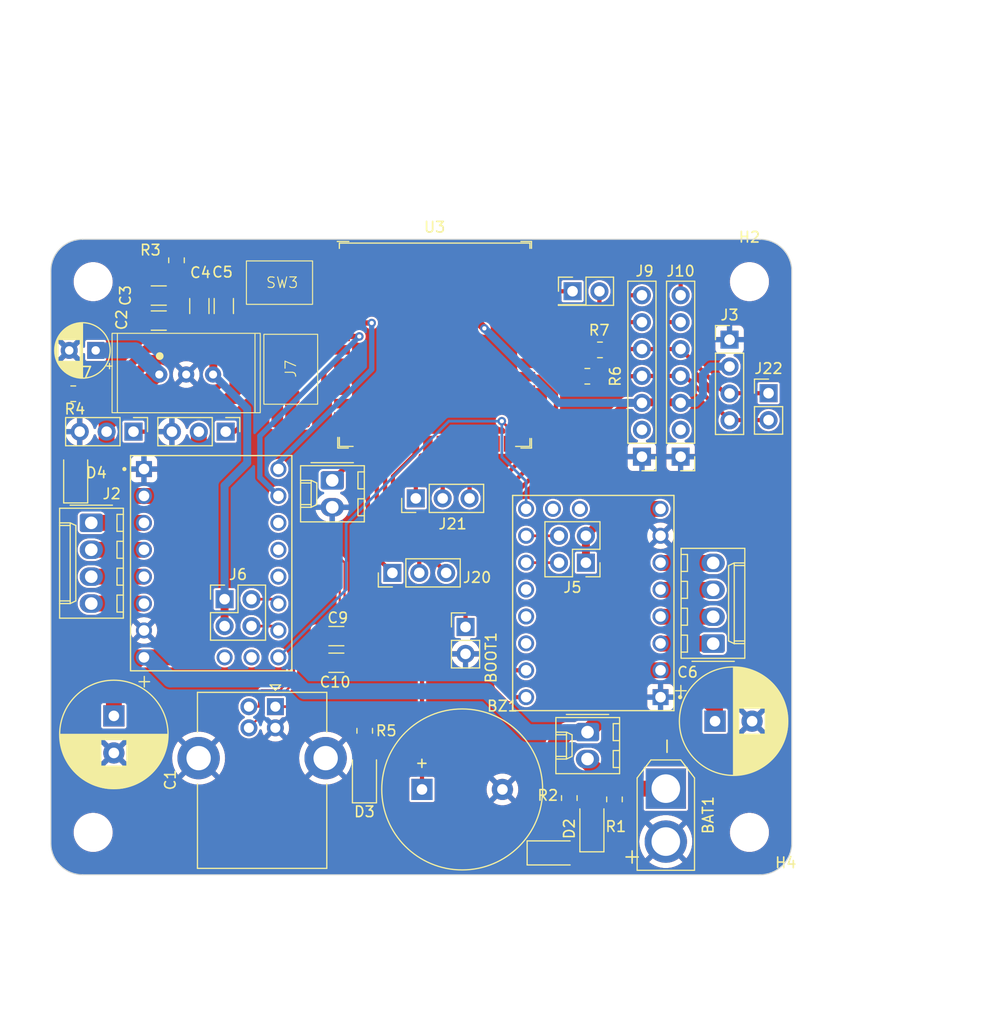
<source format=kicad_pcb>
(kicad_pcb (version 20240108) (generator "pcbnew") (generator_version "8.0")
  (layers (0 "F.Cu" signal) (31 "B.Cu" signal) (34 "B.Paste" user) (35 "F.Paste" user) (36 "B.SilkS" user "B.Silkscreen") (37 "F.SilkS" user "F.Silkscreen") (38 "B.Mask" user) (39 "F.Mask" user) (44 "Edge.Cuts" user))
  (net 0 "")
  (net 1 "+5V")
  (net 2 "GND")
  (net 3 "+BATT")
  (net 4 "+3.3V")
  (net 5 "/D-")
  (net 6 "/D+")
  (net 7 "Net-(D1-A)")
  (net 8 "Net-(D2-A)")
  (net 9 "Net-(D3-A)")
  (net 10 "Net-(D4-A)")
  (net 11 "Net-(J1-Pin_1)")
  (net 12 "Net-(J1-Pin_2)")
  (net 13 "Net-(J1-Pin_3)")
  (net 14 "Net-(J1-Pin_4)")
  (net 15 "Net-(J2-Pin_1)")
  (net 16 "Net-(J2-Pin_2)")
  (net 17 "Net-(J2-Pin_3)")
  (net 18 "Net-(J2-Pin_4)")
  (net 19 "Net-(J4-VBUS)")
  (net 20 "SDA")
  (net 21 "GPIO4")
  (net 22 "GPIO5")
  (net 23 "SCL")
  (net 24 "XSHUT")
  (net 25 "VDD")
  (net 26 "GPIO1LASER")
  (net 27 "Net-(BOOT1-Pin_1)")
  (net 28 "GPIO9")
  (net 29 "XSHUT2")
  (net 33 "Net-(J8-Pin_1)")
  (net 34 "Net-(J8-Pin_2)")
  (net 35 "Net-(J5-Pin_2)")
  (net 36 "Net-(J5-Pin_4)")
  (net 37 "Net-(J6-Pin_2)")
  (net 38 "Net-(J6-Pin_4)")
  (net 48 "Net-(SW1-A)")
  (net 50 "GPIO7")
  (net 51 "GPIO6")
  (net 52 "GPIO36")
  (net 53 "GPIO35")
  (net 54 "GPIO1")
  (net 55 "GPIO10")
  (net 56 "GPIO11")
  (net 59 "GPIO12")
  (net 60 "GPIO14")
  (net 61 "GPIO47")
  (net 63 "Net-(BZ1-+)")
  (net 65 "GPIO1LASER2")
  (net 66 "Net-(U3-MTCK{slash}GPIO39{slash}CLK_OUT3{slash}SUBSPICS1)")
  (net 67 "Net-(U3-MTDO{slash}GPIO40{slash}CLK_OUT2)")
  (net 70 "Net-(SW3-A)")
  (net 71 "Net-(SW3-B)")
  (net 72 "GPIO16")
  (net 73 "GPIO15")
  (footprint "Connector_Molex:Molex_KK-254_AE-6410-04A_1x04_P2.54mm_Vertical" (layer "F.Cu") (at 185.5724 127.1778 90)
    (property "Reference" "J1" (hide yes))
    (property "Value" "Conn_01x04" (hide yes))
  )
  (footprint "Capacitor_THT:CP_Radial_D10.0mm_P3.50mm" (layer "F.Cu") (at 185.75 134.5)
    (property "Reference" "C6")
    (property "Value" "100uF" (hide yes))
  )
  (footprint "Connector_PinHeader_2.54mm:PinHeader_1x03_P2.54mm_Vertical" (layer "F.Cu") (at 130.81 107.1626 -90)
    (property "Reference" "M1" (hide yes))
    (property "Value" "Motor_Servo" (hide yes))
  )
  (footprint "Traco:Traco 2- 24xx" (layer "F.Cu") (at 135.7884 101.6254)
    (property "Reference" "U5" (hide yes))
    (property "Value" "TSR_2-2433" (hide yes))
  )
  (footprint "MountingHole:MountingHole_3.2mm_M3" (layer "F.Cu") (at 127 145)
    (property "Reference" "H3" (hide yes))
    (property "Value" "MountingHole" (hide yes))
  )
  (footprint "Connector_Molex:Molex_KK-254_AE-6410-02A_1x02_P2.54mm_Vertical" (layer "F.Cu") (at 149.586 111.76 -90)
    (property "Reference" "SW1" (hide yes))
    (property "Value" "TRT")
  )
  (footprint "Connector_PinHeader_2.54mm:PinHeader_1x07_P2.54mm_Vertical" (layer "F.Cu") (at 178.8414 109.5248 180)
    (property "Reference" "J9")
    (property "Value" "Conn_01x07" (hide yes))
  )
  (footprint "LED_SMD:LED_1206_3216Metric_Pad1.42x1.75mm_HandSolder" (layer "F.Cu") (at 174.117 144.3736 90)
    (property "Reference" "D1" (hide yes))
    (property "Value" "LED_Small" (hide yes))
  )
  (footprint "LED_SMD:LED_1206_3216Metric_Pad1.42x1.75mm_HandSolder" (layer "F.Cu") (at 152.6286 139.7508 90)
    (property "Reference" "D3")
    (property "Value" "LED_Small" (hide yes))
  )
  (footprint "TMC2209:MODULE_TMC2209_SILENTSTEPSTICK" (layer "F.Cu") (at 174.25 123.3424 180)
    (property "Reference" "U1" (hide yes))
    (property "Value" "TMC2209_SILENTSTEPSTICK" (hide yes))
  )
  (footprint "Connector_PinHeader_2.54mm:PinHeader_1x03_P2.54mm_Vertical" (layer "F.Cu") (at 139.5222 107.1626 -90)
    (property "Reference" "M2" (hide yes))
    (property "Value" "Motor_Servo" (hide yes))
  )
  (footprint "Capacitor_SMD:C_1206_3216Metric_Pad1.33x1.80mm_HandSolder" (layer "F.Cu") (at 133.1976 94.3102 180)
    (property "Reference" "C3")
    (property "Value" "TBD" (hide yes))
  )
  (footprint "Capacitor_SMD:C_1206_3216Metric_Pad1.33x1.80mm_HandSolder" (layer "F.Cu") (at 149.9747 126.4666 180)
    (property "Reference" "C9")
    (property "Value" "TBD" (hide yes))
  )
  (footprint "Connector_PinHeader_2.54mm:PinHeader_1x07_P2.54mm_Vertical" (layer "F.Cu") (at 182.499 109.5248 180)
    (property "Reference" "J10")
    (property "Value" "Conn_01x07" (hide yes))
  )
  (footprint "Connector_PinHeader_2.54mm:PinHeader_1x02_P2.54mm_Vertical" (layer "F.Cu") (at 190.8048 103.5304)
    (property "Reference" "J22")
    (property "Value" "Conn_01x02" (hide yes))
  )
  (footprint "Connector_PinHeader_2.54mm:PinHeader_2x02_P2.54mm_Vertical" (layer "F.Cu") (at 139.4156 122.9818)
    (property "Reference" "J6")
    (property "Value" "Conn_02x02_Odd_Even" (hide yes))
  )
  (footprint "Connector_PinHeader_2.54mm:PinHeader_2x01_P2.54mm_Vertical" (layer "F.Cu") (at 172.2882 93.9038)
    (property "Reference" "J8" (hide yes))
    (property "Value" "Conn_01x02" (hide yes))
  )
  (footprint "Resistor_SMD:R_0805_2012Metric_Pad1.20x1.40mm_HandSolder" (layer "F.Cu") (at 134.874 90.9828 -90)
    (property "Reference" "R3")
    (property "Value" "TBD" (hide yes))
  )
  (footprint "Capacitor_THT:CP_Radial_D10.0mm_P3.50mm" (layer "F.Cu") (at 128.9558 134 -90)
    (property "Reference" "C1")
    (property "Value" "100uF" (hide yes))
  )
  (footprint "Resistor_SMD:R_0805_2012Metric_Pad1.20x1.40mm_HandSolder" (layer "F.Cu") (at 171.9834 141.7574 -90)
    (property "Reference" "R2")
    (property "Value" "R_Small" (hide yes))
  )
  (footprint "MountingHole:MountingHole_3.2mm_M3" (layer "F.Cu") (at 189 93)
    (property "Reference" "H2")
    (property "Value" "MountingHole" (hide yes))
  )
  (footprint "Wurth_button:WS-TASV 434" (layer "F.Cu") (at 144.6022 93.091)
    (property "Reference" "SW3")
    (property "Value" "EN")
  )
  (footprint "Capacitor_SMD:C_1206_3216Metric_Pad1.33x1.80mm_HandSolder" (layer "F.Cu") (at 137.033 95.3008 -90)
    (property "Reference" "C4")
    (property "Value" "22uF" (hide yes))
  )
  (footprint "LED_SMD:LED_1206_3216Metric_Pad1.42x1.75mm_HandSolder" (layer "F.Cu") (at 125.349 111.4298 90)
    (property "Reference" "D4")
    (property "Value" "LED_Small" (hide yes))
  )
  (footprint "MountingHole:MountingHole_3.2mm_M3" (layer "F.Cu") (at 189 145)
    (property "Reference" "H4")
    (property "Value" "MountingHole" (hide yes))
  )
  (footprint "Resistor_SMD:R_0805_2012Metric_Pad1.20x1.40mm_HandSolder" (layer "F.Cu") (at 152.654 135.4074 -90)
    (property "Reference" "R5")
    (property "Value" "R_Small" (hide yes))
  )
  (footprint "Capacitor_SMD:C_1206_3216Metric_Pad1.33x1.80mm_HandSolder" (layer "F.Cu") (at 149.974 128.9812 180)
    (property "Reference" "C10")
    (property "Value" "TBD" (hide yes))
  )
  (footprint "Resistor_SMD:R_0805_2012Metric_Pad1.20x1.40mm_HandSolder" (layer "F.Cu") (at 176.2484 141.8844 -90)
    (property "Reference" "R1")
    (property "Value" "R_Small" (hide yes))
  )
  (footprint "Connector_AMASS:AMASS_XT30U-F_1x02_P5.0mm_Vertical" (layer "F.Cu") (at 181.1 140.8684 -90)
    (property "Reference" "BAT1")
    (property "Value" "Conn" (hide yes))
  )
  (footprint "Capacitor_SMD:C_1206_3216Metric_Pad1.33x1.80mm_HandSolder" (layer "F.Cu") (at 133.1976 96.6724)
    (property "Reference" "C2")
    (property "Value" "0.1uF" (hide yes))
  )
  (footprint "Connector_PinHeader_2.54mm:PinHeader_1x03_P2.54mm_Vertical" (layer "F.Cu") (at 157.48 113.4618 90)
    (property "Reference" "J21")
    (property "Value" "Conn_01x03" (hide yes))
  )
  (footprint "Capacitor_SMD:C_1206_3216Metric_Pad1.33x1.80mm_HandSolder" (layer "F.Cu") (at 139.3444 95.3008 -90)
    (property "Reference" "C5")
    (property "Value" "0.1uF" (hide yes))
  )
  (footprint "LED_SMD:LED_1206_3216Metric_Pad1.42x1.75mm_HandSolder" (layer "F.Cu") (at 170.4594 146.939)
    (property "Reference" "D2")
    (property "Value" "LED_Small" (hide yes))
  )
  (footprint "Wurth_Switch:WS-DISV" (layer "F.Cu") (at 145.669 101.2698 90)
    (property "Reference" "J7")
    (property "Value" "PAMI_Type" (hide yes))
  )
  (footprint "Connector_Molex:Molex_KK-254_AE-6410-04A_1x04_P2.54mm_Vertical" (layer "F.Cu") (at 126.8222 115.7732 -90)
    (property "Reference" "J2")
    (property "Value" "Conn_01x04" (hide yes))
  )
  (footprint "Capacitor_THT:CP_Radial_D5.0mm_P2.50mm" (layer "F.Cu") (at 127.239913 99.4918 180)
    (property "Reference" "C7")
    (property "Value" "10uF" (hide yes))
  )
  (footprint "Connector_Molex:Molex_KK-254_AE-6410-02A_1x02_P2.54mm_Vertical" (layer "F.Cu") (at 173.703 135.5344 -90)
    (property "Reference" "SW2" (hide yes))
    (property "Value" "BAU" (hide yes))
  )
  (footprint "Connector_USB:USB_B_Lumberg_2411_02_Horizontal" (layer "F.Cu") (at 144.2136 133.128 -90)
    (property "Reference" "J4" (hide yes))
    (property "Value" "USB_B" (hide yes))
  )
  (footprint "Connector_PinHeader_2.54mm:PinHeader_1x04_P2.54mm_Vertical" (layer "F.Cu") (at 187.1218 98.4758)
    (property "Reference" "J3")
    (property "Value" "Conn_OLED_Screen" (hide yes))
  )
  (footprint "Connector_PinHeader_2.54mm:PinHeader_1x02_P2.54mm_Vertical" (layer "F.Cu") (at 162.179 125.603)
    (property "Reference" "BOOT1")
    (property "Value" "Conn" (hide yes))
  )
  (footprint "Resistor_SMD:R_0805_2012Metric_Pad1.20x1.40mm_HandSolder" (layer "F.Cu") (at 173.6852 101.9302)
    (property "Reference" "R6")
    (property "Value" "220" (hide yes))
  )
  (footprint "Resistor_SMD:R_0805_2012Metric_Pad1.20x1.40mm_HandSolder" (layer "F.Cu") (at 125.1204 103.5812)
    (property "Reference" "R4")
    (property "Value" "R_Small" (hide yes))
  )
  (footprint "ESP:ESP32-S3-WROOM-1U" (layer "F.Cu") (at 159.258 98.806)
    (property "Reference" "U3")
    (property "Value" "ESP32-S3-WROOM-1" (hide yes))
  )
  (footprint "MountingHole:MountingHole_3.2mm_M3" (layer "F.Cu") (at 127 93)
    (property "Reference" "H1" (hide yes))
    (property "Value" "MountingHole" (hide yes))
  )
  (footprint "Connector_PinHeader_2.54mm:PinHeader_1x03_P2.54mm_Vertical" (layer "F.Cu") (at 155.2702 120.4976 90)
    (property "Reference" "J20")
    (property "Value" "Conn_01x03" (hide yes))
  )
  (footprint "TMC2209:MODULE_TMC2209_SILENTSTEPSTICK" (layer "F.Cu") (at 138.1506 119.5832)
    (property "Reference" "U2" (hide yes))
    (property "Value" "TMC2209_SILENTSTEPSTICK" (hide yes))
  )
  (footprint "Connector_PinHeader_2.54mm:PinHeader_2x02_P2.54mm_Vertical" (layer "F.Cu") (at 173.5502 119.5374 180)
    (property "Reference" "J5")
    (property "Value" "Conn_02x02_Odd_Even" (hide yes))
  )
  (footprint "Resistor_SMD:R_0805_2012Metric_Pad1.20x1.40mm_HandSolder" (layer "F.Cu") (at 174.879 99.441 180)
    (property "Reference" "R7")
    (property "Value" "220" (hide yes))
  )
  (footprint "Buzzer_Beeper:Buzzer_15x7.5RM7.6" (layer "F.Cu") (at 158.0642 140.9446)
    (property "Reference" "BZ1")
    (property "Value" "Buzzer")
  )
  (gr_line (start 193 92) (end 193 146) (stroke (width 0.1)) (layer "Edge.Cuts"))
  (gr_arc (start 190 89) (mid 192.12132 89.87868) (end 193 92) (stroke (width 0.1)) (layer "Edge.Cuts"))
  (gr_arc (start 193 146) (mid 192.12132 148.12132) (end 190 149) (stroke (width 0.1)) (layer "Edge.Cuts"))
  (gr_line (start 190 149) (end 126 149) (stroke (width 0.1)) (layer "Edge.Cuts"))
  (gr_arc (start 126 149) (mid 123.87868 148.12132) (end 123 146) (stroke (width 0.1)) (layer "Edge.Cuts"))
  (gr_line (start 123 146) (end 123 92) (stroke (width 0.1)) (layer "Edge.Cuts"))
  (gr_line (start 126 89) (end 190 89) (stroke (width 0.1)) (layer "Edge.Cuts"))
  (gr_arc (start 123 92) (mid 123.87868 89.87868) (end 126 89) (stroke (width 0.1)) (layer "Edge.Cuts"))
  (segment (start 170.688 139.462) (end 171.9834 140.7574) (width 1.5) (layer "F.Cu") (net 1))
  (segment (start 180.6 129.6924) (end 182.231517 129.6924) (width 1.5) (layer "F.Cu") (net 1))
  (segment (start 128.9558 130.9116) (end 131.3942 128.4732) (width 1.5) (layer "F.Cu") (net 1))
  (segment (start 134.3406 128.4732) (end 131.8006 128.4732) (width 1.5) (layer "F.Cu") (net 1))
  (segment (start 182.231517 129.6924) (end 185.75 133.210883) (width 1.5) (layer "F.Cu") (net 1))
  (segment (start 132.6686 113.2332) (end 131.8006 113.2332) (width 1.5) (layer "F.Cu") (net 1))
  (segment (start 178.5366 115.7224) (end 179.8066 114.4524) (width 1.5) (layer "F.Cu") (net 1))
  (segment (start 185.75 133.210883) (end 185.75 134.5) (width 1.5) (layer "F.Cu") (net 1))
  (segment (start 178.5455 130.6919) (end 178.5366 130.683) (width 1.5) (layer "F.Cu") (net 1))
  (segment (start 128.27 110.5706) (end 128.27 107.1626) (width 1.5) (layer "F.Cu") (net 1))
  (segment (start 173.703 135.5344) (end 179.545 129.6924) (width 1.5) (layer "F.Cu") (net 1))
  (segment (start 136.144 109.7578) (end 136.144 126.6698) (width 1.5) (layer "F.Cu") (net 1))
  (segment (start 128.27 106.426) (end 128.27 107.1626) (width 1.5) (layer "F.Cu") (net 1))
  (segment (start 132.9306 101.7654) (end 128.27 106.426) (width 1.5) (layer "F.Cu") (net 1))
  (segment (start 136.9822 107.1626) (end 136.9822 108.9196) (width 1.5) (layer "F.Cu") (net 1))
  (segment (start 179.545 129.6924) (end 180.6 129.6924) (width 1.5) (layer "F.Cu") (net 1))
  (segment (start 133.2484 101.7654) (end 132.9306 101.7654) (width 1.5) (layer "F.Cu") (net 1))
  (segment (start 131.8006 113.2332) (end 130.9326 113.2332) (width 1.5) (layer "F.Cu") (net 1))
  (segment (start 173.703 135.5344) (end 171.8056 135.5344) (width 1.5) (layer "F.Cu") (net 1))
  (segment (start 170.688 136.652) (end 170.688 139.462) (width 1.5) (layer "F.Cu") (net 1))
  (segment (start 179.8066 114.4524) (end 180.6 114.4524) (width 1.5) (layer "F.Cu") (net 1))
  (segment (start 136.144 126.6698) (end 134.3406 128.4732) (width 1.5) (layer "F.Cu") (net 1))
  (segment (start 136.9822 108.9196) (end 136.144 109.7578) (width 1.5) (layer "F.Cu") (net 1))
  (segment (start 171.8056 135.5344) (end 170.688 136.652) (width 1.5) (layer "F.Cu") (net 1))
  (segment (start 128.9558 134) (end 128.9558 130.9116) (width 1.5) (layer "F.Cu") (net 1))
  (segment (start 178.5366 130.683) (end 178.5366 115.7224) (width 1.5) (layer "F.Cu") (net 1))
  (segment (start 131.3942 128.4732) (end 131.8006 128.4732) (width 1.5) (layer "F.Cu") (net 1))
  (segment (start 130.9326 113.2332) (end 128.27 110.5706) (width 1.5) (layer "F.Cu") (net 1))
  (segment (start 136.9822 108.9196) (end 132.6686 113.2332) (width 1.5) (layer "F.Cu") (net 1))
  (segment (start 133.2484 101.7654) (end 130.9748 99.4918) (width 1.5) (layer "B.Cu") (net 1))
  (segment (start 173.703 135.5344) (end 168.0464 135.5344) (width 1.5) (layer "B.Cu") (net 1))
  (segment (start 168.0464 135.5344) (end 164.1856 131.6736) (width 1.5) (layer "B.Cu") (net 1))
  (segment (start 146.9644 131.6736) (end 145.8468 130.556) (width 1.5) (layer "B.Cu") (net 1))
  (segment (start 130.9748 99.4918) (end 127.239913 99.4918) (width 1.5) (layer "B.Cu") (net 1))
  (segment (start 145.8468 130.556) (end 134.2898 130.556) (width 1.5) (layer "B.Cu") (net 1))
  (segment (start 132.207 128.4732) (end 131.8006 128.4732) (width 1.5) (layer "B.Cu") (net 1))
  (segment (start 134.2898 130.556) (end 132.207 128.4732) (width 1.5) (layer "B.Cu") (net 1))
  (segment (start 164.1856 131.6736) (end 146.9644 131.6736) (width 1.5) (layer "B.Cu") (net 1))
  (segment (start 181.1 140.8684) (end 176.2644 140.8684) (width 1.5) (layer "F.Cu") (net 3))
  (segment (start 176.2644 140.8684) (end 176.2484 140.8844) (width 1.5) (layer "F.Cu") (net 3))
  (segment (start 173.703 138.339) (end 176.2484 140.8844) (width 1.5) (layer "F.Cu") (net 3))
  (segment (start 173.703 138.0744) (end 173.703 138.339) (width 1.5) (layer "F.Cu") (net 3))
  (segment (start 134.2644 99.3394) (end 133.1468 98.2218) (width 0.75) (layer "F.Cu") (net 4))
  (segment (start 139.3444 96.8633) (end 137.033 96.8633) (width 0.75) (layer "F.Cu") (net 4))
  (segment (start 149.559 91.816) (end 149.183 91.44) (width 0.75) (layer "F.Cu") (net 4))
  (segment (start 134.4008 89.9828) (end 133.1468 91.2368) (width 0.75) (layer "F.Cu") (net 4))
  (segment (start 138.3538 101.74) (end 138.3538 99.4664) (width 0.75) (layer "F.Cu") (net 4))
  (segment (start 182.4482 104.394) (end 182.499 104.4448) (width 0.75) (layer "F.Cu") (net 4))
  (segment (start 173.5502 116.9974) (end 175.7426 114.805) (width 0.75) (layer "F.Cu") (net 4))
  (segment (start 158.364 91.816) (end 150.508 91.816) (width 0.75) (layer "F.Cu") (net 4))
  (segment (start 144.3925 96.8633) (end 140.6775 96.8633) (width 0.75) (layer "F.Cu") (net 4))
  (segment (start 140.6775 96.8633) (end 139.3444 96.8633) (width 0.75) (layer "F.Cu") (net 4))
  (segment (start 149.183 91.44) (end 146.1008 91.44) (width 0.75) (layer "F.Cu") (net 4))
  (segment (start 144.399 96.8698) (end 146.939 96.8698) (width 0.75) (layer "F.Cu") (net 4))
  (segment (start 146.1008 91.44) (end 140.6775 96.8633) (width 0.75) (layer "F.Cu") (net 4))
  (segment (start 177.3682 104.4448) (end 178.8414 104.4448) (width 0.75) (layer "F.Cu") (net 4))
  (segment (start 139.4156 125.5218) (end 139.4156 122.9818) (width 0.75) (layer "F.Cu") (net 4))
  (segment (start 133.1468 91.2368) (end 133.1468 98.2218) (width 0.75) (layer "F.Cu") (net 4))
  (segment (start 178.8414 104.4448) (end 178.8922 104.394) (width 0.75) (layer "F.Cu") (net 4))
  (segment (start 150.508 91.816) (end 149.559 91.816) (width 0.75) (layer "F.Cu") (net 4))
  (segment (start 144.399 96.8698) (end 144.3925 96.8633) (width 0.75) (layer "F.Cu") (net 4))
  (segment (start 127.762 103.5812) (end 126.1204 103.5812) (width 0.75) (layer "F.Cu") (net 4))
  (segment (start 173.5502 119.5374) (end 173.5502 116.9974) (width 0.75) (layer "F.Cu") (net 4))
  (segment (start 163.957 97.409) (end 158.364 91.816) (width 0.75) (layer "F.Cu") (net 4))
  (segment (start 175.7426 106.0704) (end 177.3682 104.4448) (width 0.75) (layer "F.Cu") (net 4))
  (segment (start 132.0038 99.3394) (end 127.762 103.5812) (width 0.75) (layer "F.Cu") (net 4))
  (segment (start 134.874 89.9828) (end 134.4008 89.9828) (width 0.75) (layer "F.Cu") (net 4))
  (segment (start 139.3444 98.3742) (end 139.3444 96.8633) (width 0.75) (layer "F.Cu") (net 4))
  (segment (start 175.7426 114.805) (end 175.7426 106.0704) (width 0.75) (layer "F.Cu") (net 4))
  (segment (start 134.2644 99.3394) (end 132.0038 99.3394) (width 0.75) (layer "F.Cu") (net 4))
  (segment (start 138.3538 99.4664) (end 138.3538 99.3648) (width 0.75) (layer "F.Cu") (net 4))
  (segment (start 138.3538 99.4664) (end 138.2268 99.3394) (width 0.75) (layer "F.Cu") (net 4))
  (segment (start 178.8922 104.394) (end 182.4482 104.394) (width 0.75) (layer "F.Cu") (net 4))
  (segment (start 138.3538 99.3648) (end 139.3444 98.3742) (width 0.75) (layer "F.Cu") (net 4))
  (segment (start 138.3284 101.7654) (end 138.3538 101.74) (width 0.75) (layer "F.Cu") (net 4))
  (segment (start 138.2268 99.3394) (end 134.2644 99.3394) (width 0.75) (layer "F.Cu") (net 4))
  (via (at 163.957 97.409) (size 0.8) (drill 0.4) (layers "F.Cu" "B.Cu") (net 4))
  (segment (start 184.6072 103.7336) (end 184.6072 101.727) (width 0.75) (layer "B.Cu") (net 4))
  (segment (start 141.5542 104.9782) (end 141.5542 110.109) (width 0.75) (layer "B.Cu") (net 4))
  (segment (start 185.3184 101.0158) (end 187.1218 101.0158) (width 0.75) (layer "B.Cu") (net 4))
  (segment (start 183.896 104.4448) (end 184.6072 103.7336) (width 0.75) (layer "B.Cu") (net 4))
  (segment (start 141.5542 110.109) (end 139.4156 112.2476) (width 0.75) (layer "B.Cu") (net 4))
  (segment (start 184.6072 101.727) (end 185.3184 101.0158) (width 0.75) (layer "B.Cu") (net 4))
  (segment (start 139.4156 112.2476) (end 139.4156 122.9818) (width 0.75) (layer "B.Cu") (net 4))
  (segment (start 138.3414 101.7654) (end 141.5542 104.9782) (width 0.75) (layer "B.Cu") (net 4))
  (segment (start 170.9928 104.4448) (end 178.8414 104.4448) (width 0.75) (layer "B.Cu") (net 4))
  (segment (start 138.3284 101.7654) (end 138.3414 101.7654) (width 0.75) (layer "B.Cu") (net 4))
  (segment (start 182.499 104.4448) (end 183.896 104.4448) (width 0.75) (layer "B.Cu") (net 4))
  (segment (start 163.957 97.409) (end 170.9928 104.4448) (width 0.75) (layer "B.Cu") (net 4))
  (segment (start 150.2954 125.224788) (end 150.2954 119.7018) (width 0.2) (layer "F.Cu") (net 5))
  (segment (start 147.1204 109.1736) (end 149.458 106.836) (width 0.2) (layer "F.Cu") (net 5))
  (segment (start 150.12472 126.4666) (end 150.12472 125.395468) (width 0.2) (layer "F.Cu") (net 5))
  (segment (start 142.66362 131.841612) (end 142.927212 131.57802) (width 0.2) (layer "F.Cu") (net 5))
  (segment (start 150.12472 125.395468) (end 150.2954 125.224788) (width 0.2) (layer "F.Cu") (net 5))
  (segment (start 144.627183 131.57802) (end 145.5202 130.685003) (width 0.2) (layer "F.Cu") (net 5))
  (segment (start 147.1204 116.5268) (end 147.1204 109.1736) (width 0.2) (layer "F.Cu") (net 5))
  (segment (start 142.66362 133.128) (end 142.66362 131.841612) (width 0.2) (layer "F.Cu") (net 5))
  (segment (start 145.5202 129.3586) (end 148.4122 126.4666) (width 0.2) (layer "F.Cu") (net 5))
  (segment (start 149.988 106.306) (end 150.508 105.786) (width 0.2) (layer "F.Cu") (net 5))
  (segment (start 148.4122 126.4666) (end 150.12472 126.4666) (width 0.2) (layer "F.Cu") (net 5))
  (segment (start 141.7136 133.128) (end 142.66362 133.128) (width 0.2) (layer "F.Cu") (net 5))
  (segment (start 145.5202 130.685003) (end 145.5202 129.3586) (width 0.2) (layer "F.Cu") (net 5))
  (segment (start 150.2954 119.7018) (end 147.1204 116.5268) (width 0.2) (layer "F.Cu") (net 5))
  (segment (start 149.458 106.306) (end 149.988 106.306) (width 0.2) (layer "F.Cu") (net 5))
  (segment (start 149.458 106.836) (end 149.458 106.306) (width 0.2) (layer "F.Cu") (net 5))
  (segment (start 142.927212 131.57802) (end 144.627183 131.57802) (width 0.2) (layer "F.Cu") (net 5))
  (segment (start 150.7454 125.411156) (end 150.7454 119.5154) (width 0.2) (layer "F.Cu") (net 6))
  (segment (start 146.533997 128.9812) (end 148.4115 128.9812) (width 0.2) (layer "F.Cu") (net 6))
  (segment (start 148.7548 129.3245) (end 148.4115 128.9812) (width 0.2) (layer "F.Cu") (net 6))
  (segment (start 147.5704 109.359997) (end 149.874397 107.056) (width 0.2) (layer "F.Cu") (net 6))
  (segment (start 150.5747 125.581856) (end 150.7454 125.411156) (width 0.2) (layer "F.Cu") (net 6))
  (segment (start 145.9702 129.544997) (end 146.533997 128.9812) (width 0.2) (layer "F.Cu") (net 6))
  (segment (start 147.5704 116.3404) (end 147.5704 109.359997) (width 0.2) (layer "F.Cu") (net 6))
  (segment (start 143.1136 133.728) (end 143.1136 132.028) (width 0.2) (layer "F.Cu") (net 6))
  (segment (start 141.7136 135.128) (end 143.1136 133.728) (width 0.2) (layer "F.Cu") (net 6))
  (segment (start 150.7454 119.5154) (end 147.5704 116.3404) (width 0.2) (layer "F.Cu") (net 6))
  (segment (start 145.9702 130.8714) (end 145.9702 129.544997) (width 0.2) (layer "F.Cu") (net 6))
  (segment (start 150.5747 126.818) (end 150.5747 125.581856) (width 0.2) (layer "F.Cu") (net 6))
  (segment (start 149.874397 107.056) (end 150.508 107.056) (width 0.2) (layer "F.Cu") (net 6))
  (segment (start 143.1136 132.028) (end 144.8136 132.028) (width 0.2) (layer "F.Cu") (net 6))
  (segment (start 144.8136 132.028) (end 145.9702 130.8714) (width 0.2) (layer "F.Cu") (net 6))
  (segment (start 148.4115 128.9812) (end 150.5747 126.818) (width 0.2) (layer "F.Cu") (net 6))
  (segment (start 176.2484 142.8844) (end 174.1187 142.8844) (width 0.25) (layer "F.Cu") (net 7))
  (segment (start 174.1187 142.8844) (end 174.117 142.8861) (width 0.25) (layer "F.Cu") (net 7))
  (segment (start 171.9834 146.9025) (end 171.9469 146.939) (width 0.25) (layer "F.Cu") (net 8))
  (segment (start 171.9834 142.7574) (end 171.9834 146.9025) (width 0.25) (layer "F.Cu") (net 8))
  (segment (start 152.6156 136.4458) (end 152.6156 138.2503) (width 0.25) (layer "F.Cu") (net 9))
  (segment (start 152.6156 138.2503) (end 152.6286 138.2633) (width 0.25) (layer "F.Cu") (net 9))
  (segment (start 152.654 136.4074) (end 152.6156 136.4458) (width 0.25) (layer "F.Cu") (net 9))
  (segment (start 124.1298 105.2576) (end 123.8504 105.537) (width 0.4) (layer "F.Cu") (net 10))
  (segment (start 123.8504 105.537) (end 123.8504 108.4437) (width 0.4) (layer "F.Cu") (net 10))
  (segment (start 124.1298 103.5906) (end 124.1298 105.2576) (width 0.4) (layer "F.Cu") (net 10))
  (segment (start 124.1204 103.5812) (end 124.1298 103.5906) (width 0.4) (layer "F.Cu") (net 10))
  (segment (start 123.8504 108.4437) (end 125.349 109.9423) (width 0.4) (layer "F.Cu") (net 10))
  (segment (start 180.6254 127.1778) (end 180.6 127.1524) (width 1.5) (layer "F.Cu") (net 11))
  (segment (start 185.5724 127.1778) (end 180.6254 127.1778) (width 1.5) (layer "F.Cu") (net 11))
  (segment (start 180.6254 124.6378) (end 180.6 124.6124) (width 1.5) (layer "F.Cu") (net 12))
  (segment (start 185.5724 124.6378) (end 180.6254 124.6378) (width 1.5) (layer "F.Cu") (net 12))
  (segment (start 180.6254 122.0978) (end 180.6 122.0724) (width 1.5) (layer "F.Cu") (net 13))
  (segment (start 185.5724 122.0978) (end 180.6254 122.0978) (width 1.5) (layer "F.Cu") (net 13))
  (segment (start 180.6254 119.5578) (end 180.6 119.5324) (width 1.5) (layer "F.Cu") (net 14))
  (segment (start 185.5724 119.5578) (end 180.6254 119.5578) (width 1.5) (layer "F.Cu") (net 14))
  (segment (start 131.8006 115.7732) (end 126.8222 115.7732) (width 1.5) (layer "F.Cu") (net 15))
  (segment (start 131.8006 118.3132) (end 126.8222 118.3132) (width 1.5) (layer "F.Cu") (net 16))
  (segment (start 131.8006 120.8532) (end 126.8222 120.8532) (width 1.5) (layer "F.Cu") (net 17))
  (segment (start 131.8006 123.3932) (end 126.8222 123.3932) (width 1.5) (layer "F.Cu") (net 18))
  (segment (start 152.654 134.4074) (end 151.3746 133.128) (width 0.25) (layer "F.Cu") (net 19))
  (segment (start 144.2136 133.128) (end 144.2136 132.8366) (width 0.25) (layer "F.Cu") (net 19))
  (segment (start 151.3746 133.128) (end 144.2136 133.128) (width 0.25) (layer "F.Cu") (net 19))
  (segment (start 178.816 101.9302) (end 178.8414 101.9048) (width 0.4) (layer "F.Cu") (net 20))
  (segment (start 174.6852 101.9302) (end 178.816 101.9302) (width 0.4) (layer "F.Cu") (net 20))
  (segment (start 187.1472 106.0704) (end 187.1218 106.0958) (width 0.4) (layer "F.Cu") (net 20))
  (segment (start 190.8048 106.0704) (end 187.1472 106.0704) (width 0.4) (layer "F.Cu") (net 20))
  (segment (start 182.9308 101.9048) (end 182.499 101.9048) (width 0.4) (layer "F.Cu") (net 20))
  (segment (start 178.8414 101.9048) (end 182.499 101.9048) (width 0.4) (layer "F.Cu") (net 20))
  (segment (start 187.1218 106.0958) (end 182.9308 101.9048) (width 0.4) (layer "F.Cu") (net 20))
  (segment (start 148.209 95.4278) (end 149.2808 94.356) (width 0.4) (layer "F.Cu") (net 21))
  (segment (start 149.2808 94.356) (end 150.508 94.356) (width 0.4) (layer "F.Cu") (net 21))
  (segment (start 148.209 98.171) (end 148.209 95.4278) (width 0.4) (layer "F.Cu") (net 21))
  (segment (start 131.953 107.1626) (end 134.7724 104.3432) (width 0.4) (layer "F.Cu") (net 21))
  (segment (start 130.81 107.1626) (end 131.953 107.1626) (width 0.4) (layer "F.Cu") (net 21))
  (segment (start 134.7724 104.3432) (end 142.0368 104.3432) (width 0.4) (layer "F.Cu") (net 21))
  (segment (start 142.0368 104.3432) (end 148.209 98.171) (width 0.4) (layer "F.Cu") (net 21))
  (segment (start 148.9456 95.8544) (end 148.9456 98.5774) (width 0.4) (layer "F.Cu") (net 22))
  (segment (start 140.3604 107.1626) (end 139.5222 107.1626) (width 0.4) (layer "F.Cu") (net 22))
  (segment (start 148.9456 98.5774) (end 140.3604 107.1626) (width 0.4) (layer "F.Cu") (net 22))
  (segment (start 149.174 95.626) (end 148.9456 95.8544) (width 0.4) (layer "F.Cu") (net 22))
  (segment (start 150.508 95.626) (end 149.174 95.626) (width 0.4) (layer "F.Cu") (net 22))
  (segment (start 178.8414 99.3648) (end 175.9552 99.3648) (width 0.4) (layer "F.Cu") (net 23))
  (segment (start 187.1472 103.5304) (end 187.1218 103.5558) (width 0.4) (layer "F.Cu") (net 23))
  (segment (start 182.499 99.3648) (end 178.8414 99.3648) (width 0.4) (layer "F.Cu") (net 23))
  (segment (start 182.499 99.3648) (end 186.69 103.5558) (width 0.4) (layer "F.Cu") (net 23))
  (segment (start 186.69 103.5558) (end 187.1218 103.5558) (width 0.4) (layer "F.Cu") (net 23))
  (segment (start 190.8048 103.5304) (end 187.1472 103.5304) (width 0.4) (layer "F.Cu") (net 23))
  (segment (start 175.9552 99.3648) (end 175.879 99.441) (width 0.4) (layer "F.Cu") (net 23))
  (segment (start 176.8602 96.8248) (end 178.8414 96.8248) (width 0.4) (layer "F.Cu") (net 24))
  (segment (start 175.514 98.171) (end 176.8602 96.8248) (width 0.4) (layer "F.Cu") (net 24))
  (segment (start 168.008 98.166) (end 168.013 98.171) (width 0.4) (layer "F.Cu") (net 24))
  (segment (start 168.013 98.171) (end 175.514 98.171) (width 0.4) (layer "F.Cu") (net 24))
  (segment (start 168.008 96.896) (end 174.8205 96.896) (width 0.4) (layer "F.Cu") (net 26))
  (segment (start 177.4317 94.2848) (end 178.8414 94.2848) (width 0.4) (layer "F.Cu") (net 26))
  (segment (start 174.8205 96.896) (end 177.4317 94.2848) (width 0.4) (layer "F.Cu") (net 26))
  (segment (start 162.179 125.603) (end 162.179 124.2314) (width 0.4) (layer "F.Cu") (net 27))
  (segment (start 164.3634 112.8776) (end 168.008 109.233) (width 0.4) (layer "F.Cu") (net 27))
  (segment (start 164.3634 122.047) (end 164.3634 112.8776) (width 0.4) (layer "F.Cu") (net 27))
  (segment (start 168.008 109.233) (end 168.008 107.056) (width 0.4) (layer "F.Cu") (net 27))
  (segment (start 162.179 124.2314) (end 164.3634 122.047) (width 0.4) (layer "F.Cu") (net 27))
  (segment (start 154.813 109.728) (end 153.797 110.744) (width 0.4) (layer "F.Cu") (net 28))
  (segment (start 154.813 108.306) (end 154.813 109.728) (width 0.4) (layer "F.Cu") (net 28))
  (segment (start 153.797 119.0244) (end 155.2702 120.4976) (width 0.4) (layer "F.Cu") (net 28))
  (segment (start 153.797 110.744) (end 153.797 119.0244) (width 0.4) (layer "F.Cu") (net 28))
  (segment (start 180.721 92.8116) (end 180.721 96.1136) (width 0.4) (layer "F.Cu") (net 29))
  (segment (start 181.4322 96.8248) (end 182.499 96.8248) (width 0.4) (layer "F.Cu") (net 29))
  (segment (start 170.1088 93.086) (end 171.0944 92.1004) (width 0.4) (layer "F.Cu") (net 29))
  (segment (start 180.0098 92.1004) (end 180.721 92.8116) (width 0.4) (layer "F.Cu") (net 29))
  (segment (start 180.721 96.1136) (end 181.4322 96.8248) (width 0.4) (layer "F.Cu") (net 29))
  (segment (start 171.0944 92.1004) (end 180.0098 92.1004) (width 0.4) (layer "F.Cu") (net 29))
  (segment (start 168.008 93.086) (end 170.1088 93.086) (width 0.4) (layer "F.Cu") (net 29))
  (segment (start 170.5102 93.9038) (end 172.2882 93.9038) (width 0.4) (layer "F.Cu") (net 33))
  (segment (start 168.008 94.356) (end 170.058 94.356) (width 0.4) (layer "F.Cu") (net 33))
  (segment (start 170.058 94.356) (end 170.5102 93.9038) (width 0.4) (layer "F.Cu") (net 33))
  (segment (start 174.8282 95.0087) (end 174.8282 93.9038) (width 0.4) (layer "F.Cu") (net 34))
  (segment (start 168.008 95.626) (end 174.2109 95.626) (width 0.4) (layer "F.Cu") (net 34))
  (segment (start 174.2109 95.626) (end 174.8282 95.0087) (width 0.4) (layer "F.Cu") (net 34))
  (segment (start 171.0052 119.5324) (end 171.0102 119.5374) (width 0.25) (layer "F.Cu") (net 35))
  (segment (start 167.9 119.5324) (end 171.0052 119.5324) (width 0.25) (layer "F.Cu") (net 35))
  (segment (start 167.905 116.9974) (end 167.9 116.9924) (width 0.25) (layer "F.Cu") (net 36))
  (segment (start 171.0102 116.9974) (end 167.905 116.9974) (width 0.25) (layer "F.Cu") (net 36))
  (segment (start 144.0892 122.9818) (end 144.5006 123.3932) (width 0.25) (layer "F.Cu") (net 37))
  (segment (start 141.9556 122.9818) (end 144.0892 122.9818) (width 0.25) (layer "F.Cu") (net 37))
  (segment (start 141.9556 125.5218) (end 144.0892 125.5218) (width 0.25) (layer "F.Cu") (net 38))
  (segment (start 144.0892 125.5218) (end 144.5006 125.9332) (width 0.25) (layer "F.Cu") (net 38))
  (segment (start 152.273 108.306) (end 152.273 109.073) (width 0.5) (layer "F.Cu") (net 48))
  (segment (start 152.273 109.073) (end 149.586 111.76) (width 0.5) (layer "F.Cu") (net 48))
  (segment (start 150.513 98.171) (end 150.508 98.166) (width 0.5) (layer "F.Cu") (net 50))
  (segment (start 152.146 98.171) (end 150.513 98.171) (width 0.5) (layer "F.Cu") (net 50))
  (via (at 152.146 98.171) (size 0.8) (drill 0.4) (layers "F.Cu" "B.Cu") (net 50))
  (segment (start 142.748 107.569) (end 142.748 111.4806) (width 0.5) (layer "B.Cu") (net 50))
  (segment (start 142.748 111.4806) (end 144.5006 113.2332) (width 0.5) (layer "B.Cu") (net 50))
  (segment (start 152.146 98.171) (end 142.748 107.569) (width 0.5) (layer "B.Cu") (net 50))
  (segment (start 150.513 96.901) (end 150.508 96.896) (width 0.25) (layer "F.Cu") (net 51))
  (segment (start 153.3144 96.901) (end 150.513 96.901) (width 0.5) (layer "F.Cu") (net 51))
  (via (at 153.3144 96.901) (size 0.8) (drill 0.4) (layers "F.Cu" "B.Cu") (net 51))
  (segment (start 144.5006 110.0994) (end 144.5006 110.6932) (width 0.5) (layer "B.Cu") (net 51))
  (segment (start 153.3144 96.901) (end 153.3144 101.2856) (width 0.5) (layer "B.Cu") (net 51))
  (segment (start 153.3144 101.2856) (end 144.5006 110.0994) (width 0.5) (layer "B.Cu") (net 51))
  (segment (start 166.2938 113.6142) (end 166.2938 129.286) (width 0.4) (layer "F.Cu") (net 52))
  (segment (start 170.7134 103.6574) (end 170.7134 109.1946) (width 0.4) (layer "F.Cu") (net 52))
  (segment (start 168.008 101.976) (end 169.032 101.976) (width 0.4) (layer "F.Cu") (net 52))
  (segment (start 166.7002 129.6924) (end 167.9 129.6924) (width 0.4) (layer "F.Cu") (net 52))
  (segment (start 169.032 101.976) (end 170.7134 103.6574) (width 0.4) (layer "F.Cu") (net 52))
  (segment (start 166.2938 129.286) (end 166.7002 129.6924) (width 0.4) (layer "F.Cu") (net 52))
  (segment (start 170.7134 109.1946) (end 166.2938 113.6142) (width 0.4) (layer "F.Cu") (net 52))
  (segment (start 166.4208 132.2324) (end 167.9 132.2324) (width 0.4) (layer "F.Cu") (net 53))
  (segment (start 169.672 103.886) (end 169.672 108.9914) (width 0.4) (layer "F.Cu") (net 53))
  (segment (start 165.3032 113.3602) (end 165.3032 131.1148) (width 0.4) (layer "F.Cu") (net 53))
  (segment (start 168.008 103.246) (end 169.032 103.246) (width 0.4) (layer "F.Cu") (net 53))
  (segment (start 165.3032 131.1148) (end 166.4208 132.2324) (width 0.4) (layer "F.Cu") (net 53))
  (segment (start 169.672 108.9914) (end 165.3032 113.3602) (width 0.4) (layer "F.Cu") (net 53))
  (segment (start 169.032 103.246) (end 169.672 103.886) (width 0.4) (layer "F.Cu") (net 53))
  (segment (start 165.608 106.172) (end 166.243 106.807) (width 0.25) (layer "F.Cu") (net 54))
  (segment (start 167.9 114.4524) (end 168.2874 114.4524) (width 0.25) (layer "F.Cu") (net 54))
  (segment (start 144.5006 128.5385) (end 144.5006 128.4732) (width 0.25) (layer "F.Cu") (net 54))
  (segment (start 166.243 106.807) (end 166.243 108.306) (width 0.25) (layer "F.Cu") (net 54))
  (via (at 165.608 106.172) (size 0.8) (drill 0.4) (layers "F.Cu" "B.Cu") (net 54))
  (segment (start 150.9014 115.8748) (end 150.9014 122.0724) (width 0.25) (layer "B.Cu") (net 54))
  (segment (start 150.9014 122.0724) (end 144.5006 128.4732) (width 0.25) (layer "B.Cu") (net 54))
  (segment (start 165.608 106.172) (end 160.6042 106.172) (width 0.25) (layer "B.Cu") (net 54))
  (segment (start 160.6042 106.172) (end 150.9014 115.8748) (width 0.25) (layer "B.Cu") (net 54))
  (segment (start 165.608 109.5502) (end 167.9 111.8422) (width 0.25) (layer "B.Cu") (net 54))
  (segment (start 167.9 111.8422) (end 167.9 114.4524) (width 0.25) (layer "B.Cu") (net 54))
  (segment (start 165.608 106.172) (end 165.608 109.5502) (width 0.25) (layer "B.Cu") (net 54))
  (segment (start 154.5844 116.1034) (end 157.8102 119.3292) (width 0.4) (layer "F.Cu") (net 55))
  (segment (start 154.5844 111.0234) (end 154.5844 116.1034) (width 0.4) (layer "F.Cu") (net 55))
  (segment (start 157.8102 119.3292) (end 157.8102 120.4976) (width 0.4) (layer "F.Cu") (net 55))
  (segment (start 156.083 109.5248) (end 154.5844 111.0234) (width 0.4) (layer "F.Cu") (net 55))
  (segment (start 156.083 108.306) (end 156.083 109.5248) (width 0.4) (layer "F.Cu") (net 55))
  (segment (start 160.3502 120.4722) (end 160.3502 120.4976) (width 0.4) (layer "F.Cu") (net 56))
  (segment (start 157.353 108.306) (end 157.353 109.347) (width 0.4) (layer "F.Cu") (net 56))
  (segment (start 155.321 115.443) (end 160.3502 120.4722) (width 0.4) (layer "F.Cu") (net 56))
  (segment (start 155.321 111.379) (end 155.321 115.443) (width 0.4) (layer "F.Cu") (net 56))
  (segment (start 157.353 109.347) (end 155.321 111.379) (width 0.4) (layer "F.Cu") (net 56))
  (segment (start 157.48 113.4618) (end 157.48 111.2012) (width 0.4) (layer "F.Cu") (net 59))
  (segment (start 157.48 111.2012) (end 158.623 110.0582) (width 0.4) (layer "F.Cu") (net 59))
  (segment (start 158.623 110.0582) (end 158.623 108.306) (width 0.4) (layer "F.Cu") (net 59))
  (segment (start 160.02 111.252) (end 161.163 110.109) (width 0.4) (layer "F.Cu") (net 60))
  (segment (start 160.02 113.4618) (end 160.02 111.252) (width 0.4) (layer "F.Cu") (net 60))
  (segment (start 161.163 110.109) (end 161.163 108.306) (width 0.4) (layer "F.Cu") (net 60))
  (segment (start 163.703 110.2614) (end 163.703 108.306) (width 0.4) (layer "F.Cu") (net 61))
  (segment (start 162.56 111.4044) (end 163.703 110.2614) (width 0.4) (layer "F.Cu") (net 61))
  (segment (start 162.56 113.4618) (end 162.56 111.4044) (width 0.4) (layer "F.Cu") (net 61))
  (segment (start 158.0642 127.9398) (end 158.0642 140.9446) (width 0.4) (layer "F.Cu") (net 63))
  (segment (start 153.543 109.601) (end 152.9588 110.1852) (width 0.4) (layer "F.Cu") (net 63))
  (segment (start 153.543 108.306) (end 153.543 109.601) (width 0.4) (layer "F.Cu") (net 63))
  (segment (start 152.9588 122.8344) (end 158.0642 127.9398) (width 0.4) (layer "F.Cu") (net 63))
  (segment (start 152.9588 110.1852) (end 152.9588 122.8344) (width 0.4) (layer "F.Cu") (net 63))
  (segment (start 180.6814 91.1464) (end 182.499 92.964) (width 0.4) (layer "F.Cu") (net 65))
  (segment (start 169.85545 91.816) (end 170.52505 91.1464) (width 0.4) (layer "F.Cu") (net 65))
  (segment (start 170.52505 91.1464) (end 180.6814 91.1464) (width 0.4) (layer "F.Cu") (net 65))
  (segment (start 182.499 92.964) (end 182.499 94.2848) (width 0.4) (layer "F.Cu") (net 65))
  (segment (start 168.008 91.816) (end 169.85545 91.816) (width 0.4) (layer "F.Cu") (net 65))
  (segment (start 172.6852 101.9302) (end 170.6802 101.9302) (width 0.4) (layer "F.Cu") (net 66))
  (segment (start 169.456 100.706) (end 168.008 100.706) (width 0.4) (layer "F.Cu") (net 66))
  (segment (start 170.6802 101.9302) (end 169.456 100.706) (width 0.4) (layer "F.Cu") (net 66))
  (segment (start 173.874 99.436) (end 173.879 99.441) (width 0.4) (layer "F.Cu") (net 67))
  (segment (start 168.008 99.436) (end 173.874 99.436) (width 0.4) (layer "F.Cu") (net 67))
  (segment (start 173.879 99.441) (end 173.4726 99.441) (width 0.5) (layer "F.Cu") (net 67))
  (segment (start 134.7601 96.6724) (end 134.7601 94.3102) (width 0.5) (layer "F.Cu") (net 70))
  (segment (start 140.369 91.9828) (end 141.4772 93.091) (width 0.5) (layer "F.Cu") (net 70))
  (segment (start 134.7601 94.3102) (end 134.7601 92.0967) (width 0.5) (layer "F.Cu") (net 70))
  (segment (start 134.7601 92.0967) (end 134.874 91.9828) (width 0.5) (layer "F.Cu") (net 70))
  (segment (start 134.874 91.9828) (end 140.369 91.9828) (width 0.5) (layer "F.Cu") (net 70))
  (segment (start 150.508 93.086) (end 147.7322 93.086) (width 0.5) (layer "F.Cu") (net 71))
  (segment (start 147.7322 93.086) (end 147.7272 93.091) (width 0.5) (layer "F.Cu") (net 71))
  (segment (start 148.7932 101.5908) (end 148.7932 104.6988) (width 0.5) (layer "F.Cu") (net 72))
  (segment (start 149.678 100.706) (end 148.7932 101.5908) (width 0.5) (layer "F.Cu") (net 72))
  (segment (start 148.7932 104.6988) (end 147.8222 105.6698) (width 0.5) (layer "F.Cu") (net 72))
  (segment (start 150.508 100.706) (end 149.678 100.706) (width 0.5) (layer "F.Cu") (net 72))
  (segment (start 147.8222 105.6698) (end 146.939 105.6698) (width 0.5) (layer "F.Cu") (net 72))
  (segment (start 144.399 105.6698) (end 144.399 104.5464) (width 0.5) (layer "F.Cu") (net 73))
  (segment (start 144.399 104.5464) (end 149.5094 99.436) (width 0.5) (layer "F.Cu") (net 73))
  (segment (start 149.5094 99.436) (end 150.508 99.436) (width 0.5) (layer "F.Cu") (net 73))
  (zone (net 2) (net_name "GND") (layers "F&B.Cu") (connect_pads (clearance 0)) (min_thickness 0.25) (fill yes (thermal_gap 0.5) (thermal_bridge_width 0.5))
    (polygon (pts (xy 120 88) (xy 198 87) (xy 201.168 150.114) (xy 120 150) (xy 120 92)))
  )
)
</source>
